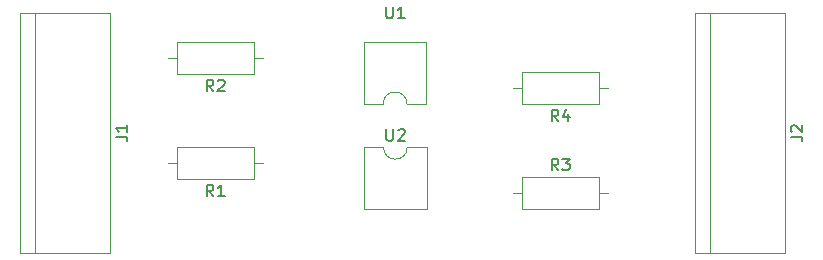
<source format=gbr>
G04 #@! TF.GenerationSoftware,KiCad,Pcbnew,(5.1.5)-3*
G04 #@! TF.CreationDate,2020-05-02T00:05:06+08:00*
G04 #@! TF.ProjectId,uartIsolator,75617274-4973-46f6-9c61-746f722e6b69,rev?*
G04 #@! TF.SameCoordinates,Original*
G04 #@! TF.FileFunction,Legend,Top*
G04 #@! TF.FilePolarity,Positive*
%FSLAX46Y46*%
G04 Gerber Fmt 4.6, Leading zero omitted, Abs format (unit mm)*
G04 Created by KiCad (PCBNEW (5.1.5)-3) date 2020-05-02 00:05:06*
%MOMM*%
%LPD*%
G04 APERTURE LIST*
%ADD10C,0.120000*%
%ADD11C,0.150000*%
G04 APERTURE END LIST*
D10*
X168780000Y-69910000D02*
X170430000Y-69910000D01*
X168780000Y-64710000D02*
X168780000Y-69910000D01*
X174080000Y-64710000D02*
X168780000Y-64710000D01*
X174080000Y-69910000D02*
X174080000Y-64710000D01*
X172430000Y-69910000D02*
X174080000Y-69910000D01*
X170430000Y-69910000D02*
G75*
G02X172430000Y-69910000I1000000J0D01*
G01*
X174100000Y-73600000D02*
X172450000Y-73600000D01*
X174100000Y-78800000D02*
X174100000Y-73600000D01*
X168800000Y-78800000D02*
X174100000Y-78800000D01*
X168800000Y-73600000D02*
X168800000Y-78800000D01*
X170450000Y-73600000D02*
X168800000Y-73600000D01*
X172450000Y-73600000D02*
G75*
G02X170450000Y-73600000I-1000000J0D01*
G01*
X181380000Y-68580000D02*
X182150000Y-68580000D01*
X189460000Y-68580000D02*
X188690000Y-68580000D01*
X182150000Y-69950000D02*
X188690000Y-69950000D01*
X182150000Y-67210000D02*
X182150000Y-69950000D01*
X188690000Y-67210000D02*
X182150000Y-67210000D01*
X188690000Y-69950000D02*
X188690000Y-67210000D01*
X189460000Y-77470000D02*
X188690000Y-77470000D01*
X181380000Y-77470000D02*
X182150000Y-77470000D01*
X188690000Y-76100000D02*
X182150000Y-76100000D01*
X188690000Y-78840000D02*
X188690000Y-76100000D01*
X182150000Y-78840000D02*
X188690000Y-78840000D01*
X182150000Y-76100000D02*
X182150000Y-78840000D01*
X152170000Y-66040000D02*
X152940000Y-66040000D01*
X160250000Y-66040000D02*
X159480000Y-66040000D01*
X152940000Y-67410000D02*
X159480000Y-67410000D01*
X152940000Y-64670000D02*
X152940000Y-67410000D01*
X159480000Y-64670000D02*
X152940000Y-64670000D01*
X159480000Y-67410000D02*
X159480000Y-64670000D01*
X152170000Y-74930000D02*
X152940000Y-74930000D01*
X160250000Y-74930000D02*
X159480000Y-74930000D01*
X152940000Y-76300000D02*
X159480000Y-76300000D01*
X152940000Y-73560000D02*
X152940000Y-76300000D01*
X159480000Y-73560000D02*
X152940000Y-73560000D01*
X159480000Y-76300000D02*
X159480000Y-73560000D01*
X196850000Y-62230000D02*
X196850000Y-82550000D01*
X204470000Y-62230000D02*
X204470000Y-82550000D01*
X198120000Y-82550000D02*
X198120000Y-62230000D01*
X196850000Y-82550000D02*
X204470000Y-82550000D01*
X204470000Y-62230000D02*
X196850000Y-62230000D01*
X139700000Y-62230000D02*
X139700000Y-82550000D01*
X147320000Y-62230000D02*
X147320000Y-82550000D01*
X140970000Y-82550000D02*
X140970000Y-62230000D01*
X139700000Y-82550000D02*
X147320000Y-82550000D01*
X147320000Y-62230000D02*
X139700000Y-62230000D01*
D11*
X170668095Y-61682380D02*
X170668095Y-62491904D01*
X170715714Y-62587142D01*
X170763333Y-62634761D01*
X170858571Y-62682380D01*
X171049047Y-62682380D01*
X171144285Y-62634761D01*
X171191904Y-62587142D01*
X171239523Y-62491904D01*
X171239523Y-61682380D01*
X172239523Y-62682380D02*
X171668095Y-62682380D01*
X171953809Y-62682380D02*
X171953809Y-61682380D01*
X171858571Y-61825238D01*
X171763333Y-61920476D01*
X171668095Y-61968095D01*
X170688095Y-72052380D02*
X170688095Y-72861904D01*
X170735714Y-72957142D01*
X170783333Y-73004761D01*
X170878571Y-73052380D01*
X171069047Y-73052380D01*
X171164285Y-73004761D01*
X171211904Y-72957142D01*
X171259523Y-72861904D01*
X171259523Y-72052380D01*
X171688095Y-72147619D02*
X171735714Y-72100000D01*
X171830952Y-72052380D01*
X172069047Y-72052380D01*
X172164285Y-72100000D01*
X172211904Y-72147619D01*
X172259523Y-72242857D01*
X172259523Y-72338095D01*
X172211904Y-72480952D01*
X171640476Y-73052380D01*
X172259523Y-73052380D01*
X185253333Y-71402380D02*
X184920000Y-70926190D01*
X184681904Y-71402380D02*
X184681904Y-70402380D01*
X185062857Y-70402380D01*
X185158095Y-70450000D01*
X185205714Y-70497619D01*
X185253333Y-70592857D01*
X185253333Y-70735714D01*
X185205714Y-70830952D01*
X185158095Y-70878571D01*
X185062857Y-70926190D01*
X184681904Y-70926190D01*
X186110476Y-70735714D02*
X186110476Y-71402380D01*
X185872380Y-70354761D02*
X185634285Y-71069047D01*
X186253333Y-71069047D01*
X185253333Y-75552380D02*
X184920000Y-75076190D01*
X184681904Y-75552380D02*
X184681904Y-74552380D01*
X185062857Y-74552380D01*
X185158095Y-74600000D01*
X185205714Y-74647619D01*
X185253333Y-74742857D01*
X185253333Y-74885714D01*
X185205714Y-74980952D01*
X185158095Y-75028571D01*
X185062857Y-75076190D01*
X184681904Y-75076190D01*
X185586666Y-74552380D02*
X186205714Y-74552380D01*
X185872380Y-74933333D01*
X186015238Y-74933333D01*
X186110476Y-74980952D01*
X186158095Y-75028571D01*
X186205714Y-75123809D01*
X186205714Y-75361904D01*
X186158095Y-75457142D01*
X186110476Y-75504761D01*
X186015238Y-75552380D01*
X185729523Y-75552380D01*
X185634285Y-75504761D01*
X185586666Y-75457142D01*
X156043333Y-68862380D02*
X155710000Y-68386190D01*
X155471904Y-68862380D02*
X155471904Y-67862380D01*
X155852857Y-67862380D01*
X155948095Y-67910000D01*
X155995714Y-67957619D01*
X156043333Y-68052857D01*
X156043333Y-68195714D01*
X155995714Y-68290952D01*
X155948095Y-68338571D01*
X155852857Y-68386190D01*
X155471904Y-68386190D01*
X156424285Y-67957619D02*
X156471904Y-67910000D01*
X156567142Y-67862380D01*
X156805238Y-67862380D01*
X156900476Y-67910000D01*
X156948095Y-67957619D01*
X156995714Y-68052857D01*
X156995714Y-68148095D01*
X156948095Y-68290952D01*
X156376666Y-68862380D01*
X156995714Y-68862380D01*
X156043333Y-77752380D02*
X155710000Y-77276190D01*
X155471904Y-77752380D02*
X155471904Y-76752380D01*
X155852857Y-76752380D01*
X155948095Y-76800000D01*
X155995714Y-76847619D01*
X156043333Y-76942857D01*
X156043333Y-77085714D01*
X155995714Y-77180952D01*
X155948095Y-77228571D01*
X155852857Y-77276190D01*
X155471904Y-77276190D01*
X156995714Y-77752380D02*
X156424285Y-77752380D01*
X156710000Y-77752380D02*
X156710000Y-76752380D01*
X156614761Y-76895238D01*
X156519523Y-76990476D01*
X156424285Y-77038095D01*
X204912380Y-72703333D02*
X205626666Y-72703333D01*
X205769523Y-72750952D01*
X205864761Y-72846190D01*
X205912380Y-72989047D01*
X205912380Y-73084285D01*
X205007619Y-72274761D02*
X204960000Y-72227142D01*
X204912380Y-72131904D01*
X204912380Y-71893809D01*
X204960000Y-71798571D01*
X205007619Y-71750952D01*
X205102857Y-71703333D01*
X205198095Y-71703333D01*
X205340952Y-71750952D01*
X205912380Y-72322380D01*
X205912380Y-71703333D01*
X147762380Y-72703333D02*
X148476666Y-72703333D01*
X148619523Y-72750952D01*
X148714761Y-72846190D01*
X148762380Y-72989047D01*
X148762380Y-73084285D01*
X148762380Y-71703333D02*
X148762380Y-72274761D01*
X148762380Y-71989047D02*
X147762380Y-71989047D01*
X147905238Y-72084285D01*
X148000476Y-72179523D01*
X148048095Y-72274761D01*
M02*

</source>
